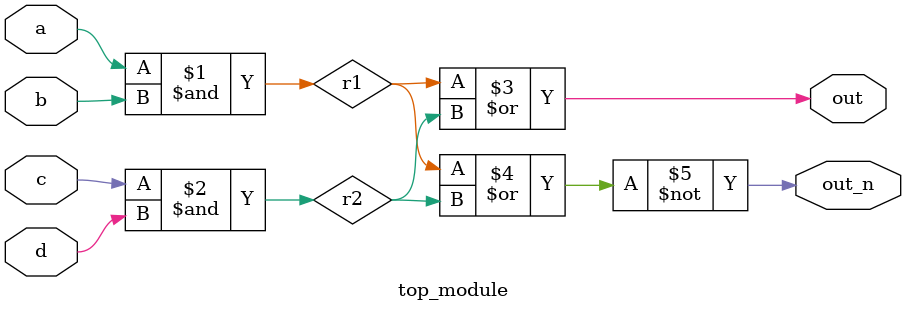
<source format=v>
module top_module(
    input a,
    input b,
    input c,
    input d,
    output out,
    output out_n  );
    wire r1,r2;
    assign r1=a&b;
    assign r2=c&d;
    assign out=r1|r2;
    assign out_n=~(r1|r2);

endmodule
</source>
